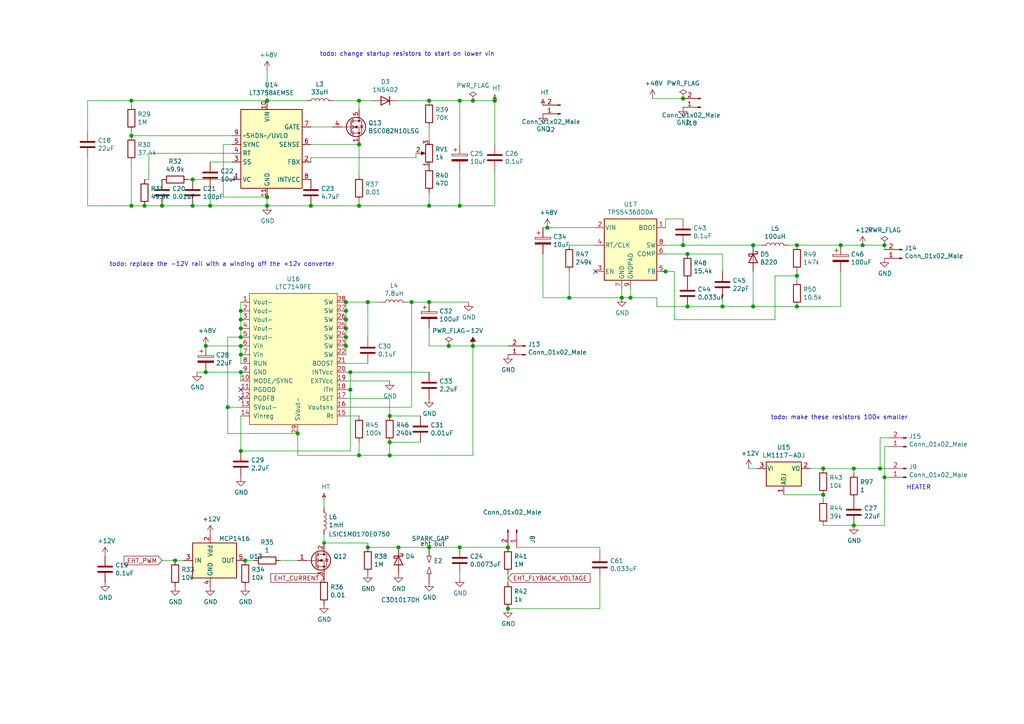
<source format=kicad_sch>
(kicad_sch (version 20211123) (generator eeschema)
  (paper "A4")
  (junction (at 137.16 100.33) (diameter 1.016))
  (junction (at 209.55 88.9) (diameter 1.016))
  (junction (at 113.03 132.08) (diameter 1.016))
  (junction (at 77.47 57.15) (diameter 1.016))
  (junction (at 113.03 120.65) (diameter 1.016))
  (junction (at 93.98 157.48))
  (junction (at 238.76 135.89) (diameter 1.016))
  (junction (at 124.46 59.69) (diameter 1.016))
  (junction (at 231.14 88.9) (diameter 1.016))
  (junction (at 100.33 97.79) (diameter 1.016))
  (junction (at 124.46 158.75) (diameter 1.016))
  (junction (at 90.17 59.69) (diameter 1.016))
  (junction (at 255.27 135.89) (diameter 1.016))
  (junction (at 147.32 158.75) (diameter 1.016))
  (junction (at 218.44 71.12) (diameter 1.016))
  (junction (at 60.96 59.69) (diameter 1.016))
  (junction (at 198.12 71.12) (diameter 1.016))
  (junction (at 199.39 73.66) (diameter 1.016))
  (junction (at 115.57 158.75) (diameter 1.016))
  (junction (at 106.68 158.75) (diameter 1.016))
  (junction (at 238.76 143.51) (diameter 1.016))
  (junction (at 69.85 102.87) (diameter 1.016))
  (junction (at 247.65 152.4) (diameter 1.016))
  (junction (at 256.54 71.12) (diameter 1.016))
  (junction (at 38.1 39.37) (diameter 1.016))
  (junction (at 104.14 29.21) (diameter 1.016))
  (junction (at 113.03 128.27) (diameter 1.016))
  (junction (at 59.69 100.33) (diameter 1.016))
  (junction (at 77.47 59.69) (diameter 1.016))
  (junction (at 38.1 29.21) (diameter 1.016))
  (junction (at 198.12 28.575) (diameter 1.016))
  (junction (at 231.14 80.01) (diameter 1.016))
  (junction (at 218.44 88.9) (diameter 1.016))
  (junction (at 119.38 87.63) (diameter 1.016))
  (junction (at 124.46 29.21) (diameter 1.016))
  (junction (at 71.12 162.56) (diameter 1.016))
  (junction (at 69.85 100.33) (diameter 1.016))
  (junction (at 101.6 107.95) (diameter 1.016))
  (junction (at 124.46 87.63) (diameter 1.016))
  (junction (at 46.99 59.69) (diameter 1.016))
  (junction (at 55.88 52.07) (diameter 1.016))
  (junction (at 38.1 59.69) (diameter 1.016))
  (junction (at 104.14 59.69) (diameter 1.016))
  (junction (at 231.14 71.12) (diameter 1.016))
  (junction (at 69.85 95.25) (diameter 1.016))
  (junction (at 69.85 97.79) (diameter 1.016))
  (junction (at 69.85 130.81) (diameter 1.016))
  (junction (at 69.85 92.71) (diameter 1.016))
  (junction (at 130.175 100.33) (diameter 1.016))
  (junction (at 106.68 87.63) (diameter 1.016))
  (junction (at 182.88 86.36) (diameter 1.016))
  (junction (at 243.84 71.12) (diameter 1.016))
  (junction (at 133.35 29.21) (diameter 1.016))
  (junction (at 100.33 92.71) (diameter 1.016))
  (junction (at 55.88 59.69) (diameter 1.016))
  (junction (at 86.36 125.73) (diameter 1.016))
  (junction (at 100.33 90.17) (diameter 1.016))
  (junction (at 133.35 59.69) (diameter 1.016))
  (junction (at 100.33 87.63) (diameter 1.016))
  (junction (at 59.69 107.95) (diameter 1.016))
  (junction (at 133.35 158.75) (diameter 1.016))
  (junction (at 101.6 113.03) (diameter 1.016))
  (junction (at 137.16 29.21) (diameter 1.016))
  (junction (at 193.04 78.74) (diameter 1.016))
  (junction (at 143.51 29.21) (diameter 1.016))
  (junction (at 104.14 41.91) (diameter 1.016))
  (junction (at 100.33 95.25) (diameter 1.016))
  (junction (at 50.8 162.56) (diameter 1.016))
  (junction (at 256.54 138.43) (diameter 1.016))
  (junction (at 69.85 107.95) (diameter 1.016))
  (junction (at 165.1 86.36) (diameter 1.016))
  (junction (at 180.34 86.36) (diameter 1.016))
  (junction (at 77.47 29.21) (diameter 1.016))
  (junction (at 247.65 135.89) (diameter 1.016))
  (junction (at 158.75 66.04) (diameter 1.016))
  (junction (at 147.32 176.53) (diameter 1.016))
  (junction (at 199.39 88.9) (diameter 1.016))
  (junction (at 104.14 132.08) (diameter 1.016))
  (junction (at 69.85 90.17) (diameter 1.016))
  (junction (at 250.19 71.12) (diameter 1.016))
  (junction (at 66.04 118.11) (diameter 1.016))
  (junction (at 41.91 59.69) (diameter 1.016))
  (junction (at 100.33 100.33) (diameter 1.016))
  (no_connect (at 69.85 113.03))
  (no_connect (at 172.72 78.74))
  (no_connect (at 69.85 115.57))
  (wire (pts (xy 69.85 87.63) (xy 69.85 90.17)))
  (wire (pts (xy 120.65 45.72) (xy 120.65 44.45)))
  (wire (pts (xy 66.04 118.11) (xy 69.85 118.11)))
  (wire (pts (xy 124.46 158.75) (xy 133.35 158.75)))
  (wire (pts (xy 256.54 129.54) (xy 257.81 129.54)))
  (wire (pts (xy 217.17 135.89) (xy 219.71 135.89)))
  (wire (pts (xy 50.8 162.56) (xy 53.34 162.56)))
  (wire (pts (xy 133.35 167.64) (xy 133.35 166.37)))
  (wire (pts (xy 193.04 63.5) (xy 198.12 63.5)))
  (wire (pts (xy 193.04 73.66) (xy 199.39 73.66)))
  (wire (pts (xy 41.91 59.69) (xy 38.1 59.69)))
  (wire (pts (xy 67.31 44.45) (xy 43.18 44.45)))
  (wire (pts (xy 238.76 143.51) (xy 227.33 143.51)))
  (wire (pts (xy 93.98 157.48) (xy 106.68 157.48)))
  (wire (pts (xy 71.12 162.56) (xy 73.66 162.56)))
  (wire (pts (xy 86.36 132.08) (xy 104.14 132.08)))
  (wire (pts (xy 218.44 88.9) (xy 231.14 88.9)))
  (wire (pts (xy 60.96 54.61) (xy 60.96 59.69)))
  (wire (pts (xy 173.99 167.64) (xy 173.99 176.53)))
  (wire (pts (xy 69.85 100.33) (xy 59.69 100.33)))
  (wire (pts (xy 218.44 88.9) (xy 209.55 88.9)))
  (wire (pts (xy 69.85 107.95) (xy 59.69 107.95)))
  (wire (pts (xy 119.38 118.11) (xy 119.38 87.63)))
  (wire (pts (xy 143.51 29.21) (xy 137.16 29.21)))
  (wire (pts (xy 191.77 78.74) (xy 193.04 78.74)))
  (wire (pts (xy 133.35 49.53) (xy 133.35 59.69)))
  (wire (pts (xy 124.46 29.21) (xy 133.35 29.21)))
  (wire (pts (xy 25.4 45.72) (xy 25.4 59.69)))
  (wire (pts (xy 180.34 86.36) (xy 182.88 86.36)))
  (wire (pts (xy 157.48 86.36) (xy 165.1 86.36)))
  (wire (pts (xy 231.14 80.01) (xy 231.14 81.28)))
  (wire (pts (xy 173.99 176.53) (xy 147.32 176.53)))
  (wire (pts (xy 257.81 127) (xy 255.27 127)))
  (wire (pts (xy 106.68 157.48) (xy 106.68 158.75)))
  (wire (pts (xy 231.14 71.12) (xy 228.6 71.12)))
  (wire (pts (xy 100.33 115.57) (xy 113.03 115.57)))
  (wire (pts (xy 143.51 49.53) (xy 143.51 59.69)))
  (wire (pts (xy 69.85 110.49) (xy 69.85 107.95)))
  (wire (pts (xy 115.57 29.21) (xy 124.46 29.21)))
  (wire (pts (xy 113.03 128.27) (xy 121.92 128.27)))
  (wire (pts (xy 38.1 30.48) (xy 38.1 29.21)))
  (wire (pts (xy 69.85 97.79) (xy 66.04 97.79)))
  (wire (pts (xy 255.27 127) (xy 255.27 135.89)))
  (wire (pts (xy 90.17 45.72) (xy 90.17 46.99)))
  (wire (pts (xy 113.03 115.57) (xy 113.03 120.65)))
  (wire (pts (xy 64.77 57.15) (xy 77.47 57.15)))
  (wire (pts (xy 101.6 130.81) (xy 101.6 113.03)))
  (wire (pts (xy 90.17 36.83) (xy 96.52 36.83)))
  (wire (pts (xy 69.85 130.81) (xy 101.6 130.81)))
  (wire (pts (xy 124.46 59.69) (xy 104.14 59.69)))
  (wire (pts (xy 189.23 28.575) (xy 198.12 28.575)))
  (wire (pts (xy 137.16 100.33) (xy 147.32 100.33)))
  (wire (pts (xy 193.04 66.04) (xy 193.04 63.5)))
  (wire (pts (xy 250.19 71.12) (xy 256.54 71.12)))
  (wire (pts (xy 77.47 59.69) (xy 90.17 59.69)))
  (wire (pts (xy 124.46 55.88) (xy 124.46 59.69)))
  (wire (pts (xy 147.32 166.37) (xy 147.32 168.91)))
  (wire (pts (xy 199.39 73.66) (xy 209.55 73.66)))
  (wire (pts (xy 106.68 97.79) (xy 106.68 87.63)))
  (wire (pts (xy 195.58 78.74) (xy 195.58 92.71)))
  (wire (pts (xy 69.85 102.87) (xy 69.85 100.33)))
  (wire (pts (xy 182.88 86.36) (xy 190.5 86.36)))
  (wire (pts (xy 193.04 78.74) (xy 195.58 78.74)))
  (wire (pts (xy 100.33 113.03) (xy 101.6 113.03)))
  (wire (pts (xy 124.46 87.63) (xy 135.89 87.63)))
  (wire (pts (xy 137.16 100.33) (xy 130.175 100.33)))
  (wire (pts (xy 100.33 97.79) (xy 100.33 95.25)))
  (wire (pts (xy 66.04 97.79) (xy 66.04 118.11)))
  (wire (pts (xy 93.98 144.78) (xy 93.98 147.32)))
  (wire (pts (xy 119.38 87.63) (xy 124.46 87.63)))
  (wire (pts (xy 60.96 46.99) (xy 67.31 46.99)))
  (wire (pts (xy 46.99 162.56) (xy 50.8 162.56)))
  (wire (pts (xy 209.55 86.36) (xy 209.55 88.9)))
  (wire (pts (xy 231.14 71.12) (xy 243.84 71.12)))
  (wire (pts (xy 59.69 107.95) (xy 57.15 107.95)))
  (wire (pts (xy 255.27 135.89) (xy 257.81 135.89)))
  (wire (pts (xy 86.36 125.73) (xy 86.36 132.08)))
  (wire (pts (xy 69.85 95.25) (xy 69.85 92.71)))
  (wire (pts (xy 256.54 138.43) (xy 256.54 129.54)))
  (wire (pts (xy 165.1 78.74) (xy 165.1 86.36)))
  (wire (pts (xy 66.04 125.73) (xy 66.04 118.11)))
  (wire (pts (xy 247.65 152.4) (xy 238.76 152.4)))
  (wire (pts (xy 86.36 125.73) (xy 66.04 125.73)))
  (wire (pts (xy 173.99 158.75) (xy 173.99 160.02)))
  (wire (pts (xy 118.11 87.63) (xy 119.38 87.63)))
  (wire (pts (xy 100.33 87.63) (xy 100.33 90.17)))
  (wire (pts (xy 180.34 83.82) (xy 180.34 86.36)))
  (wire (pts (xy 143.51 41.91) (xy 143.51 29.21)))
  (wire (pts (xy 96.52 29.21) (xy 104.14 29.21)))
  (wire (pts (xy 38.1 38.1) (xy 38.1 39.37)))
  (wire (pts (xy 101.6 107.95) (xy 124.46 107.95)))
  (wire (pts (xy 100.33 95.25) (xy 100.33 92.71)))
  (wire (pts (xy 106.68 158.75) (xy 115.57 158.75)))
  (wire (pts (xy 25.4 59.69) (xy 38.1 59.69)))
  (wire (pts (xy 100.33 107.95) (xy 101.6 107.95)))
  (wire (pts (xy 243.84 71.12) (xy 250.19 71.12)))
  (wire (pts (xy 256.54 152.4) (xy 247.65 152.4)))
  (wire (pts (xy 100.33 105.41) (xy 106.68 105.41)))
  (wire (pts (xy 190.5 86.36) (xy 190.5 88.9)))
  (wire (pts (xy 104.14 41.91) (xy 104.14 50.8)))
  (wire (pts (xy 149.86 158.75) (xy 173.99 158.75)))
  (wire (pts (xy 104.14 128.27) (xy 104.14 132.08)))
  (wire (pts (xy 143.51 59.69) (xy 133.35 59.69)))
  (wire (pts (xy 38.1 59.69) (xy 38.1 46.99)))
  (wire (pts (xy 77.47 57.15) (xy 77.47 59.69)))
  (wire (pts (xy 77.47 29.21) (xy 88.9 29.21)))
  (wire (pts (xy 198.12 71.12) (xy 193.04 71.12)))
  (wire (pts (xy 69.85 105.41) (xy 69.85 102.87)))
  (wire (pts (xy 165.1 86.36) (xy 180.34 86.36)))
  (wire (pts (xy 104.14 29.21) (xy 104.14 31.75)))
  (wire (pts (xy 218.44 78.74) (xy 218.44 88.9)))
  (wire (pts (xy 243.84 88.9) (xy 243.84 78.74)))
  (wire (pts (xy 100.33 100.33) (xy 100.33 97.79)))
  (wire (pts (xy 104.14 41.91) (xy 90.17 41.91)))
  (wire (pts (xy 218.44 71.12) (xy 220.98 71.12)))
  (wire (pts (xy 209.55 73.66) (xy 209.55 78.74)))
  (wire (pts (xy 130.175 100.33) (xy 124.46 100.33)))
  (wire (pts (xy 133.35 59.69) (xy 124.46 59.69)))
  (wire (pts (xy 120.65 45.72) (xy 90.17 45.72)))
  (wire (pts (xy 234.95 135.89) (xy 238.76 135.89)))
  (wire (pts (xy 69.85 90.17) (xy 69.85 92.71)))
  (wire (pts (xy 165.1 71.12) (xy 172.72 71.12)))
  (wire (pts (xy 124.46 40.64) (xy 124.46 36.83)))
  (wire (pts (xy 133.35 41.91) (xy 133.35 29.21)))
  (wire (pts (xy 77.47 20.32) (xy 77.47 29.21)))
  (wire (pts (xy 100.33 110.49) (xy 113.03 110.49)))
  (wire (pts (xy 46.99 59.69) (xy 55.88 59.69)))
  (wire (pts (xy 100.33 120.65) (xy 104.14 120.65)))
  (wire (pts (xy 69.85 97.79) (xy 69.85 95.25)))
  (wire (pts (xy 100.33 102.87) (xy 100.33 100.33)))
  (wire (pts (xy 104.14 132.08) (xy 113.03 132.08)))
  (wire (pts (xy 38.1 29.21) (xy 77.47 29.21)))
  (wire (pts (xy 238.76 135.89) (xy 247.65 135.89)))
  (wire (pts (xy 137.16 29.21) (xy 133.35 29.21)))
  (wire (pts (xy 67.31 39.37) (xy 38.1 39.37)))
  (wire (pts (xy 113.03 132.08) (xy 137.16 132.08)))
  (wire (pts (xy 25.4 29.21) (xy 38.1 29.21)))
  (wire (pts (xy 54.61 52.07) (xy 55.88 52.07)))
  (wire (pts (xy 93.98 154.94) (xy 93.98 157.48)))
  (wire (pts (xy 55.88 52.07) (xy 67.31 52.07)))
  (wire (pts (xy 60.96 59.69) (xy 77.47 59.69)))
  (wire (pts (xy 133.35 158.75) (xy 147.32 158.75)))
  (wire (pts (xy 231.14 78.74) (xy 231.14 80.01)))
  (wire (pts (xy 43.18 44.45) (xy 43.18 52.07)))
  (wire (pts (xy 100.33 92.71) (xy 100.33 90.17)))
  (wire (pts (xy 247.65 135.89) (xy 255.27 135.89)))
  (wire (pts (xy 43.18 52.07) (xy 41.91 52.07)))
  (wire (pts (xy 55.88 59.69) (xy 60.96 59.69)))
  (wire (pts (xy 100.33 87.63) (xy 106.68 87.63)))
  (wire (pts (xy 107.95 29.21) (xy 104.14 29.21)))
  (wire (pts (xy 158.75 66.04) (xy 172.72 66.04)))
  (wire (pts (xy 209.55 88.9) (xy 199.39 88.9)))
  (wire (pts (xy 198.12 71.12) (xy 218.44 71.12)))
  (wire (pts (xy 67.31 41.91) (xy 64.77 41.91)))
  (wire (pts (xy 25.4 38.1) (xy 25.4 29.21)))
  (wire (pts (xy 104.14 59.69) (xy 104.14 58.42)))
  (wire (pts (xy 86.36 162.56) (xy 81.28 162.56)))
  (wire (pts (xy 256.54 138.43) (xy 257.81 138.43)))
  (wire (pts (xy 137.16 132.08) (xy 137.16 100.33)))
  (wire (pts (xy 113.03 128.27) (xy 113.03 132.08)))
  (wire (pts (xy 157.48 66.04) (xy 158.75 66.04)))
  (wire (pts (xy 124.46 100.33) (xy 124.46 95.25)))
  (wire (pts (xy 69.85 120.65) (xy 69.85 130.81)))
  (wire (pts (xy 64.77 41.91) (xy 64.77 57.15)))
  (wire (pts (xy 231.14 88.9) (xy 243.84 88.9)))
  (wire (pts (xy 90.17 59.69) (xy 104.14 59.69)))
  (wire (pts (xy 100.33 118.11) (xy 119.38 118.11)))
  (wire (pts (xy 195.58 92.71) (xy 224.79 92.71)))
  (wire (pts (xy 106.68 87.63) (xy 110.49 87.63)))
  (wire (pts (xy 224.79 92.71) (xy 224.79 80.01)))
  (wire (pts (xy 46.99 59.69) (xy 41.91 59.69)))
  (wire (pts (xy 101.6 113.03) (xy 101.6 107.95)))
  (wire (pts (xy 157.48 73.66) (xy 157.48 86.36)))
  (wire (pts (xy 224.79 80.01) (xy 231.14 80.01)))
  (wire (pts (xy 115.57 158.75) (xy 124.46 158.75)))
  (wire (pts (xy 190.5 88.9) (xy 199.39 88.9)))
  (wire (pts (xy 256.54 71.12) (xy 256.54 72.39)))
  (wire (pts (xy 182.88 86.36) (xy 182.88 83.82)))
  (wire (pts (xy 256.54 138.43) (xy 256.54 152.4)))
  (wire (pts (xy 113.03 120.65) (xy 121.92 120.65)))
  (wire (pts (xy 247.65 135.89) (xy 247.65 137.16)))
  (wire (pts (xy 238.76 143.51) (xy 238.76 144.78)))
  (text "todo: replace the -12V rail with a winding off the +12v converter" (at 31.75 77.47 0) (effects (font (size 1.27 1.27)) (justify left bottom)))
  (text "HEATER" (at 262.89 142.24 0) (effects (font (size 1.27 1.27)) (justify left bottom)))
  (text "todo: make these resistors 100x smaller" (at 223.52 121.92 0) (effects (font (size 1.27 1.27)) (justify left bottom)))
  (text "todo: change startup resistors to start on lower vin" (at 92.71 16.51 0) (effects (font (size 1.27 1.27)) (justify left bottom)))
  (label "eht out" (at 121.92 158.75 0))
  (global_label "EHT_CURRENT" (shape input) (at 93.98 167.64 180) (property "Intersheet References" "${INTERSHEET_REFS}" (effects hide)))
  (global_label "EHT_PWM" (shape input) (at 46.99 162.56 180) (property "Intersheet References" "${INTERSHEET_REFS}" (effects hide)))
  (global_label "EHT_FLYBACK_VOLTAGE" (shape input) (at 147.32 167.64 0) (property "Intersheet References" "${INTERSHEET_REFS}" (effects hide)))
  (symbol (lib_id "Device:L") (at 93.98 151.13 0) (unit 1)
    (property "Reference" "L6" (at 95.3262 149.9616 0) (effects (justify left)))
    (property "Value" "1mH" (at 95.3262 152.273 0) (effects (justify left)))
    (property "Footprint" "Inductor_THT:L_Toroid_Vertical_L31.8mm_W15.9mm_P13.50mm_Bourns_5700" (effects hide))
    (property "Digikey" " M8895-ND " (effects hide))
  )
  (symbol (lib_id "Connector:Conn_01x02_Male") (at 162.56 33.02 180) (unit 1)
    (property "Reference" "J2" (at 159.8168 37.6174 0))
    (property "Value" "Conn_01x02_Male" (at 159.8168 35.306 0))
    (property "Footprint" "Connector_Phoenix_MSTB:PhoenixContact_MSTBVA_2,5_2-G_1x02_P5.00mm_Vertical" (effects hide))
    (property "Datasheet" "277-1150-ND " (effects hide))
    (property "Digikey" "277-1150-ND " (effects hide))
  )
  (symbol (lib_id "power:HT") (at 157.48 30.48 0) (unit 1)
    (property "Reference" "#PWR0101" (effects hide))
    (property "Value" "HT" (at 157.988 26.8478 0))
  )
  (symbol (lib_id "power:GND") (at 157.48 33.02 0) (unit 1)
    (property "Reference" "#PWR0102" (effects hide))
    (property "Value" "GND" (at 157.607 37.4142 0))
  )
  (symbol (lib_id "Regulator_Switching:LT3757AEMSE") (at 77.47 41.91 0) (unit 1)
    (property "Reference" "U14" (at 78.74 24.6126 0))
    (property "Value" "LT3758AEMSE" (at 78.74 26.924 0))
    (property "Footprint" "Package_SO:MSOP-10-1EP_3x3mm_P0.5mm_EP1.68x1.88mm" (effects hide))
    (property "Datasheet" "https://www.analog.com/media/en/technical-documentation/data-sheets/3757Afe.pdf" (effects hide))
    (property "Digikey" "LT3758AEMSE#TRPBFCT-ND" (effects hide))
  )
  (symbol (lib_id "power:+48V") (at 77.47 20.32 0) (unit 1)
    (property "Reference" "#PWR0170" (effects hide))
    (property "Value" "+48V" (at 77.851 15.9258 0))
  )
  (symbol (lib_id "Device:R") (at 38.1 43.18 0) (unit 1)
    (property "Reference" "R30" (at 39.878 42.0116 0) (effects (justify left)))
    (property "Value" "37.4k" (at 39.878 44.323 0) (effects (justify left)))
    (property "Footprint" "Resistor_SMD:R_0805_2012Metric_Pad1.15x1.40mm_HandSolder" (effects hide))
    (property "Digikey" " 	311-37.4KCRCT-ND " (effects hide))
  )
  (symbol (lib_id "power:GND") (at 77.47 59.69 0) (unit 1)
    (property "Reference" "#PWR0171" (effects hide))
    (property "Value" "GND" (at 77.597 64.0842 0))
  )
  (symbol (lib_id "Device:R") (at 50.8 52.07 270) (unit 1)
    (property "Reference" "R32" (at 50.8 46.8122 90))
    (property "Value" "49.9k" (at 50.8 49.1236 90))
    (property "Footprint" "Resistor_SMD:R_0805_2012Metric_Pad1.15x1.40mm_HandSolder" (effects hide))
    (property "Digikey" " 311-49.9KCRCT-ND" (effects hide))
  )
  (symbol (lib_id "Device:C") (at 55.88 55.88 0) (unit 1)
    (property "Reference" "C21" (at 58.801 54.7116 0) (effects (justify left)))
    (property "Value" "100pF" (at 58.801 57.023 0) (effects (justify left)))
    (property "Footprint" "Capacitor_SMD:C_0805_2012Metric_Pad1.15x1.40mm_HandSolder" (effects hide))
    (property "Voltage" "10V" (effects hide))
    (property "Digikey" " 1276-2569-1-ND" (effects hide))
  )
  (symbol (lib_id "Device:C") (at 46.99 55.88 0) (unit 1)
    (property "Reference" "C20" (at 49.911 54.7116 0) (effects (justify left)))
    (property "Value" "0.01uF" (at 49.911 57.023 0) (effects (justify left)))
    (property "Footprint" "Capacitor_SMD:C_0805_2012Metric_Pad1.15x1.40mm_HandSolder" (effects hide))
    (property "Voltage" "10V" (effects hide))
    (property "Digikey" "1276-2434-1-ND" (effects hide))
  )
  (symbol (lib_id "Device:C") (at 60.96 50.8 0) (unit 1)
    (property "Reference" "C22" (at 63.881 49.6316 0) (effects (justify left)))
    (property "Value" "10uF" (at 63.881 51.943 0) (effects (justify left)))
    (property "Footprint" "Capacitor_SMD:C_1206_3216Metric_Pad1.42x1.75mm_HandSolder" (effects hide))
    (property "Voltage" "10V" (effects hide))
    (property "Digikey" "1276-6641-1-ND " (effects hide))
  )
  (symbol (lib_id "Device:R") (at 41.91 55.88 0) (unit 1)
    (property "Reference" "R31" (at 43.688 54.7116 0) (effects (justify left)))
    (property "Value" "49.9k" (at 43.688 57.023 0) (effects (justify left)))
    (property "Footprint" "Resistor_SMD:R_0805_2012Metric_Pad1.15x1.40mm_HandSolder" (effects hide))
    (property "Digikey" " 311-49.9KCRCT-ND" (effects hide))
  )
  (symbol (lib_id "Device:C") (at 90.17 55.88 0) (unit 1)
    (property "Reference" "C23" (at 93.091 54.7116 0) (effects (justify left)))
    (property "Value" "4.7uF" (at 93.091 57.023 0) (effects (justify left)))
    (property "Footprint" "Capacitor_SMD:C_0805_2012Metric_Pad1.15x1.40mm_HandSolder" (effects hide))
    (property "Voltage" "10V" (effects hide))
    (property "Digikey" "1276-3177-1-ND" (effects hide))
  )
  (symbol (lib_id "Transistor_FET:BSC082N10LSG") (at 101.6 36.83 0) (unit 1)
    (property "Reference" "Q13" (at 106.7816 35.6616 0) (effects (justify left)))
    (property "Value" "BSC082N10LSG" (at 106.7816 37.973 0) (effects (justify left)))
    (property "Footprint" "Package_TO_SOT_SMD:TDSON-8-1" (effects hide))
    (property "Datasheet" "http://www.infineon.com/dgdl/Infineon-BSC082N10LS-DS-v01_07-en.pdf?fileId=db3a3043163797a6011647faad240719" (effects hide))
    (property "Digikey" "BSC082N10LSGATMA1CT-ND" (effects hide))
  )
  (symbol (lib_id "Device:R") (at 104.14 54.61 0) (unit 1)
    (property "Reference" "R37" (at 105.918 53.4416 0) (effects (justify left)))
    (property "Value" "0.01" (at 105.918 55.753 0) (effects (justify left)))
    (property "Footprint" "Resistor_SMD:R_0805_2012Metric_Pad1.15x1.40mm_HandSolder" (effects hide))
    (property "Digikey" "311-0.01NUCT-ND" (effects hide))
  )
  (symbol (lib_id "Device:L") (at 92.71 29.21 90) (unit 1)
    (property "Reference" "L3" (at 92.71 24.384 90))
    (property "Value" "33uH" (at 92.71 26.6954 90))
    (property "Footprint" "Inductor_SMD:L_Bourns_SRR1260" (effects hide))
    (property "Digikey" " SRR1260-330MCT-ND " (effects hide))
  )
  (symbol (lib_id "Device:R") (at 124.46 33.02 0) (unit 1)
    (property "Reference" "R39" (at 126.238 31.8516 0) (effects (justify left)))
    (property "Value" "70K" (at 126.238 34.163 0) (effects (justify left)))
    (property "Footprint" "Resistor_SMD:R_1206_3216Metric_Pad1.42x1.75mm_HandSolder" (effects hide))
    (property "Digikey" " 311-68.0KFRCT-ND" (effects hide))
  )
  (symbol (lib_id "Device:R") (at 124.46 52.07 0) (unit 1)
    (property "Reference" "R40" (at 126.238 50.9016 0) (effects (justify left)))
    (property "Value" "470" (at 126.238 53.213 0) (effects (justify left)))
    (property "Footprint" "Resistor_SMD:R_0805_2012Metric_Pad1.15x1.40mm_HandSolder" (effects hide))
    (property "Digikey" " 311-470CRCT-ND" (effects hide))
  )
  (symbol (lib_id "Device:CP") (at 133.35 45.72 0) (unit 1)
    (property "Reference" "C25" (at 136.271 44.5516 0) (effects (justify left)))
    (property "Value" "10uF" (at 136.271 46.863 0) (effects (justify left)))
    (property "Footprint" "Capacitor_THT:CP_Radial_D8.0mm_P3.50mm" (effects hide))
    (property "Voltage" "200V" (effects hide))
    (property "Digikey" " UVK2D100MPD-ND " (effects hide))
  )
  (symbol (lib_id "Device:C") (at 143.51 45.72 0) (unit 1)
    (property "Reference" "C26" (at 146.431 44.5516 0) (effects (justify left)))
    (property "Value" "0.1uF" (at 146.431 46.863 0) (effects (justify left)))
    (property "Footprint" "Capacitor_SMD:C_1206_3216Metric_Pad1.42x1.75mm_HandSolder" (effects hide))
    (property "Voltage" "200V" (effects hide))
    (property "Digikey" "1276-3084-1-ND " (effects hide))
  )
  (symbol (lib_id "Device:C") (at 25.4 41.91 0) (unit 1)
    (property "Reference" "C18" (at 28.321 40.7416 0) (effects (justify left)))
    (property "Value" "22uF" (at 28.321 43.053 0) (effects (justify left)))
    (property "Footprint" "Capacitor_THT:CP_Radial_D8.0mm_P3.50mm" (effects hide))
    (property "Voltage" "63V" (effects hide))
    (property "Digikey" "493-3872-1-ND " (effects hide))
  )
  (symbol (lib_id "Device:R_POT") (at 124.46 44.45 180) (unit 1)
    (property "Reference" "RV1" (at 126.238 43.2816 0) (effects (justify right)))
    (property "Value" "1k" (at 126.238 45.593 0) (effects (justify right)))
    (property "Footprint" "Potentiometer_THT:Potentiometer_Bourns_3386P_Vertical" (effects hide))
    (property "Digikey" "3386P-102LF-ND" (effects hide))
  )
  (symbol (lib_id "Diode:1N5402") (at 111.76 29.21 180) (unit 1)
    (property "Reference" "D3" (at 111.76 23.7236 0))
    (property "Value" "1N5402" (at 111.76 26.035 0))
    (property "Footprint" "Diode_THT:D_DO-201AD_P15.24mm_Horizontal" (effects hide))
    (property "Datasheet" "http://www.vishay.com/docs/88516/1n5400.pdf" (effects hide))
    (property "Digikey" "1N5402GOS-ND " (effects hide))
  )
  (symbol (lib_id "power:HT") (at 143.51 29.21 0) (unit 1)
    (property "Reference" "#PWR0172" (effects hide))
    (property "Value" "HT" (at 144.018 25.5778 0))
  )
  (symbol (lib_id "Device:R") (at 238.76 148.59 0) (unit 1)
    (property "Reference" "R44" (at 240.538 147.4216 0) (effects (justify left)))
    (property "Value" "39k" (at 240.538 149.733 0) (effects (justify left)))
    (property "Footprint" "Resistor_SMD:R_0805_2012Metric_Pad1.15x1.40mm_HandSolder" (effects hide))
    (property "Digikey" " 311-39.0KCRCT-ND" (effects hide))
  )
  (symbol (lib_id "Device:R") (at 238.76 139.7 0) (unit 1)
    (property "Reference" "R43" (at 240.538 138.5316 0) (effects (justify left)))
    (property "Value" "10k" (at 240.538 140.843 0) (effects (justify left)))
    (property "Footprint" "Resistor_SMD:R_0805_2012Metric_Pad1.15x1.40mm_HandSolder" (effects hide))
    (property "Digikey" "311-1.00CRCT-ND" (effects hide))
  )
  (symbol (lib_id "Device:C") (at 247.65 148.59 0) (unit 1)
    (property "Reference" "C27" (at 250.571 147.4216 0) (effects (justify left)))
    (property "Value" "22uF" (at 250.571 149.733 0) (effects (justify left)))
    (property "Footprint" "Capacitor_SMD:C_1206_3216Metric_Pad1.42x1.75mm_HandSolder" (effects hide))
    (property "Voltage" "10V" (effects hide))
    (property "Digikey" "1276-2769-1-ND " (effects hide))
  )
  (symbol (lib_id "power:+12V") (at 217.17 135.89 0) (unit 1)
    (property "Reference" "#PWR0174" (effects hide))
    (property "Value" "+12V" (at 217.551 131.4958 0))
  )
  (symbol (lib_id "power:GND") (at 247.65 152.4 0) (unit 1)
    (property "Reference" "#PWR0173" (effects hide))
    (property "Value" "GND" (at 247.777 156.7942 0))
  )
  (symbol (lib_id "Connector:Conn_01x02_Male") (at 262.89 138.43 180) (unit 1)
    (property "Reference" "J9" (at 263.6012 135.4328 0) (effects (justify right)))
    (property "Value" "Conn_01x02_Male" (at 263.6012 137.7442 0) (effects (justify right)))
    (property "Footprint" "Connector_Phoenix_MSTB:PhoenixContact_MSTBVA_2,5_2-G_1x02_P5.00mm_Vertical" (effects hide))
    (property "Datasheet" "277-1150-ND " (effects hide))
    (property "Digikey" "277-1150-ND " (effects hide))
  )
  (symbol (lib_id "Regulator_Linear:LM1117-ADJ") (at 227.33 135.89 0) (unit 1)
    (property "Reference" "U15" (at 227.33 129.7432 0))
    (property "Value" "LM1117-ADJ" (at 227.33 132.0546 0))
    (property "Footprint" "Package_TO_SOT_SMD:TO-252-2" (effects hide))
    (property "Datasheet" "http://www.ti.com/lit/ds/symlink/lm1117.pdf" (effects hide))
    (property "Digikey" "LM1117IDTX-ADJ/NOPBCT-ND " (effects hide))
  )
  (symbol (lib_id "Driver_FET:MCP1416") (at 60.96 162.56 0) (unit 1)
    (property "Reference" "U13" (at 72.2376 161.3916 0) (effects (justify left)))
    (property "Value" "MCP1416" (at 63.5 156.21 0) (effects (justify left)))
    (property "Footprint" "Package_TO_SOT_SMD:SOT-23-5" (effects hide))
    (property "Datasheet" "http://ww1.microchip.com/downloads/en/DeviceDoc/20002092F.pdf" (effects hide))
    (property "Digikey" "MCP1416T-E/OTCT-ND" (effects hide))
  )
  (symbol (lib_id "power:GND") (at 60.96 170.18 0) (unit 1)
    (property "Reference" "#PWR07" (effects hide))
    (property "Value" "GND" (at 61.087 174.5742 0))
  )
  (symbol (lib_id "Device:C") (at 133.35 162.56 0) (unit 1)
    (property "Reference" "C24" (at 136.271 161.3916 0) (effects (justify left)))
    (property "Value" "0.0073uF" (at 136.271 163.703 0) (effects (justify left)))
    (property "Footprint" "Capacitor_THT:C_Rect_L18.0mm_W6.0mm_P15.00mm_FKS3_FKP3" (effects hide))
    (property "Digikey" "495-3231-ND " (effects hide))
    (property "Voltage" "2000V" (effects hide))
  )
  (symbol (lib_id "power:GND") (at 133.35 167.64 0) (unit 1)
    (property "Reference" "#PWR016" (effects hide))
    (property "Value" "GND" (at 133.477 172.0342 0))
  )
  (symbol (lib_id "power:+12V") (at 60.96 154.94 0) (unit 1)
    (property "Reference" "#PWR06" (effects hide))
    (property "Value" "+12V" (at 61.341 150.5458 0))
  )
  (symbol (lib_id "Device:R") (at 77.47 162.56 270) (unit 1)
    (property "Reference" "R35" (at 77.47 157.3022 90))
    (property "Value" "1" (at 77.47 159.6136 90))
    (property "Footprint" "Resistor_SMD:R_0805_2012Metric_Pad1.15x1.40mm_HandSolder" (effects hide))
    (property "Digikey" " 311-1.00CRCT-ND" (effects hide))
  )
  (symbol (lib_id "Device:SPARK_GAP") (at 124.46 163.83 270) (unit 1)
    (property "Reference" "E2" (at 125.8062 162.6616 90) (effects (justify left)))
    (property "Value" "SPARK_GAP" (at 119.38 156.21 90) (effects (justify left)))
    (property "Footprint" "Resistor_THT:R_Axial_DIN0309_L9.0mm_D3.2mm_P12.70mm_Horizontal" (effects hide))
    (property "Digikey" "F3681-ND" (effects hide))
    (property "Voltage" "1800V" (effects hide))
  )
  (symbol (lib_id "power:GND") (at 124.46 168.91 0) (unit 1)
    (property "Reference" "#PWR014" (effects hide))
    (property "Value" "GND" (at 124.587 173.3042 0))
  )
  (symbol (lib_id "Device:R") (at 93.98 171.45 0) (unit 1)
    (property "Reference" "R36" (at 95.758 170.2816 0) (effects (justify left)))
    (property "Value" "0.01" (at 95.758 172.593 0) (effects (justify left)))
    (property "Footprint" "Resistor_SMD:R_0805_2012Metric_Pad1.15x1.40mm_HandSolder" (effects hide))
    (property "Digikey" "311-0.01NUCT-ND" (effects hide))
  )
  (symbol (lib_id "Device:R") (at 106.68 162.56 0) (unit 1)
    (property "Reference" "R38" (at 108.458 161.3916 0) (effects (justify left)))
    (property "Value" "1M" (at 108.458 163.703 0) (effects (justify left)))
    (property "Footprint" "Resistor_THT:R_Axial_DIN0309_L9.0mm_D3.2mm_P15.24mm_Horizontal" (effects hide))
    (property "Digikey" "BC4422CT-ND" (effects hide))
  )
  (symbol (lib_id "power:GND") (at 106.68 166.37 0) (unit 1)
    (property "Reference" "#PWR011" (effects hide))
    (property "Value" "GND" (at 106.807 170.7642 0))
  )
  (symbol (lib_id "Device:R") (at 71.12 166.37 0) (unit 1)
    (property "Reference" "R34" (at 72.898 165.2016 0) (effects (justify left)))
    (property "Value" "10k" (at 72.898 167.513 0) (effects (justify left)))
    (property "Footprint" "Resistor_SMD:R_0805_2012Metric_Pad1.15x1.40mm_HandSolder" (effects hide))
    (property "Digikey" "311-1.00CRCT-ND" (effects hide))
  )
  (symbol (lib_id "power:GND") (at 71.12 170.18 0) (unit 1)
    (property "Reference" "#PWR08" (effects hide))
    (property "Value" "GND" (at 71.247 174.5742 0))
  )
  (symbol (lib_id "Device:R") (at 50.8 166.37 0) (unit 1)
    (property "Reference" "R33" (at 52.578 165.2016 0) (effects (justify left)))
    (property "Value" "10k" (at 52.578 167.513 0) (effects (justify left)))
    (property "Footprint" "Resistor_SMD:R_0805_2012Metric_Pad1.15x1.40mm_HandSolder" (effects hide))
    (property "Digikey" "311-1.00CRCT-ND" (effects hide))
  )
  (symbol (lib_id "power:GND") (at 50.8 170.18 0) (unit 1)
    (property "Reference" "#PWR05" (effects hide))
    (property "Value" "GND" (at 50.927 174.5742 0))
  )
  (symbol (lib_id "power:+12V") (at 30.48 161.29 0) (unit 1)
    (property "Reference" "#PWR01" (effects hide))
    (property "Value" "+12V" (at 30.861 156.8958 0))
  )
  (symbol (lib_id "Device:C") (at 30.48 165.1 0) (unit 1)
    (property "Reference" "C19" (at 33.401 163.9316 0) (effects (justify left)))
    (property "Value" "0.1uF" (at 33.401 166.243 0) (effects (justify left)))
    (property "Footprint" "Capacitor_SMD:C_0805_2012Metric_Pad1.15x1.40mm_HandSolder" (effects hide))
    (property "Digikey" "1276-1099-1-ND" (effects hide))
  )
  (symbol (lib_id "power:GND") (at 30.48 168.91 0) (unit 1)
    (property "Reference" "#PWR02" (effects hide))
    (property "Value" "GND" (at 30.607 173.3042 0))
  )
  (symbol (lib_id "Diode:C3D10170H") (at 115.57 162.56 270) (unit 1)
    (property "Reference" "D4" (at 117.5766 161.3916 90) (effects (justify left)))
    (property "Value" "C3D10170H" (at 110.49 173.99 90) (effects (justify left)))
    (property "Footprint" "Package_TO_SOT_THT:TO-247-2_Vertical" (effects hide))
    (property "Datasheet" "https://www.wolfspeed.com/media/downloads/96/C3D10170H.pdf" (effects hide))
    (property "Digikey" "C3D10170H-ND " (effects hide))
  )
  (symbol (lib_id "power:GND") (at 115.57 166.37 0) (unit 1)
    (property "Reference" "#PWR013" (effects hide))
    (property "Value" "GND" (at 115.697 170.7642 0))
  )
  (symbol (lib_id "power:GND") (at 93.98 175.26 0) (unit 1)
    (property "Reference" "#PWR09" (effects hide))
    (property "Value" "GND" (at 94.107 179.6542 0))
  )
  (symbol (lib_id "Device:R") (at 147.32 172.72 0) (unit 1)
    (property "Reference" "R42" (at 149.098 171.5516 0) (effects (justify left)))
    (property "Value" "1k" (at 149.098 173.863 0) (effects (justify left)))
    (property "Footprint" "Resistor_SMD:R_0805_2012Metric_Pad1.15x1.40mm_HandSolder" (effects hide))
    (property "Digikey" " 311-1.00KCRCT-ND" (effects hide))
  )
  (symbol (lib_id "Device:R") (at 147.32 162.56 0) (unit 1)
    (property "Reference" "R41" (at 149.098 161.3916 0) (effects (justify left)))
    (property "Value" "1M" (at 149.098 163.703 0) (effects (justify left)))
    (property "Footprint" "Resistor_THT:R_Axial_DIN0309_L9.0mm_D3.2mm_P15.24mm_Horizontal" (effects hide))
    (property "Digikey" "BC4422CT-ND" (effects hide))
  )
  (symbol (lib_id "power:GND") (at 147.32 176.53 0) (unit 1)
    (property "Reference" "#PWR017" (effects hide))
    (property "Value" "GND" (at 147.447 180.9242 0))
  )
  (symbol (lib_id "Connector:Conn_01x02_Male") (at 149.86 153.67 270) (unit 1)
    (property "Reference" "J8" (at 154.4574 156.4132 0))
    (property "Value" "Conn_01x02_Male" (at 148.59 148.59 90))
    (property "Footprint" "Connector_Phoenix_MSTB:PhoenixContact_MSTBVA_2,5_2-G_1x02_P5.00mm_Vertical" (effects hide))
    (property "Datasheet" "277-1150-ND " (effects hide))
    (property "Digikey" "277-1150-ND " (effects hide))
  )
  (symbol (lib_id "power:HT") (at 93.98 144.78 0) (unit 1)
    (property "Reference" "#PWR010" (effects hide))
    (property "Value" "HT" (at 94.488 141.1478 0))
  )
  (symbol (lib_id "Device:R") (at 38.1 34.29 0) (unit 1)
    (property "Reference" "R29" (at 39.878 33.1216 0) (effects (justify left)))
    (property "Value" "1M" (at 39.878 35.433 0) (effects (justify left)))
    (property "Footprint" "Resistor_SMD:R_0805_2012Metric_Pad1.15x1.40mm_HandSolder" (effects hide))
    (property "Digikey" " 311-1.00MCRCT-ND" (effects hide))
  )
  (symbol (lib_id "td-deflect:LTC7149FE") (at 85.09 104.14 0) (unit 1)
    (property "Reference" "U16" (at 85.09 80.899 0))
    (property "Value" "LTC7149FE" (at 85.09 83.2104 0))
    (property "Footprint" "Package_SO:HTSSOP-28-1EP_4.4x9.7mm_P0.65mm_EP2.85x5.4mm" (effects hide))
    (property "Digikey" "LTC7149IFE#PBF-ND" (effects hide))
  )
  (symbol (lib_id "Device:L") (at 114.3 87.63 90) (unit 1)
    (property "Reference" "L4" (at 114.3 82.804 90))
    (property "Value" "7.8uH" (at 114.3 85.1154 90))
    (property "Footprint" "Inductor_SMD:L_Bourns_SRR1260" (effects hide))
    (property "Digikey" " SRR1260-7R6YCT-ND " (effects hide))
  )
  (symbol (lib_id "Device:C") (at 106.68 101.6 0) (unit 1)
    (property "Reference" "C30" (at 109.601 100.4316 0) (effects (justify left)))
    (property "Value" "0.1uF" (at 109.601 102.743 0) (effects (justify left)))
    (property "Footprint" "Capacitor_SMD:C_0805_2012Metric_Pad1.15x1.40mm_HandSolder" (effects hide))
    (property "Voltage" "25V" (effects hide))
    (property "Digikey" "1276-1099-1-ND" (effects hide))
  )
  (symbol (lib_id "Device:CP") (at 124.46 91.44 0) (unit 1)
    (property "Reference" "C32" (at 127.381 90.2716 0) (effects (justify left)))
    (property "Value" "100uF" (at 127.381 92.583 0) (effects (justify left)))
    (property "Footprint" "Capacitor_THT:CP_Radial_D8.0mm_P3.50mm" (effects hide))
    (property "Digikey" "493-3716-ND " (effects hide))
    (property "Voltage" "16V" (effects hide))
  )
  (symbol (lib_id "power:GND") (at 135.89 87.63 0) (unit 1)
    (property "Reference" "#PWR023" (effects hide))
    (property "Value" "GND" (at 136.017 92.0242 0))
  )
  (symbol (lib_id "power:GND") (at 113.03 110.49 0) (unit 1)
    (property "Reference" "#PWR021" (effects hide))
    (property "Value" "GND" (at 113.157 114.8842 0))
  )
  (symbol (lib_id "Device:C") (at 124.46 111.76 0) (unit 1)
    (property "Reference" "C33" (at 127.381 110.5916 0) (effects (justify left)))
    (property "Value" "2.2uF" (at 127.381 112.903 0) (effects (justify left)))
    (property "Footprint" "Capacitor_SMD:C_0805_2012Metric_Pad1.15x1.40mm_HandSolder" (effects hide))
    (property "Voltage" "25V" (effects hide))
    (property "Digikey" "1276-2953-1-ND" (effects hide))
  )
  (symbol (lib_id "power:GND") (at 124.46 115.57 0) (unit 1)
    (property "Reference" "#PWR022" (effects hide))
    (property "Value" "GND" (at 124.587 119.9642 0))
  )
  (symbol (lib_id "Device:R") (at 104.14 124.46 0) (unit 1)
    (property "Reference" "R45" (at 105.918 123.2916 0) (effects (justify left)))
    (property "Value" "100k" (at 105.918 125.603 0) (effects (justify left)))
    (property "Footprint" "Resistor_SMD:R_0805_2012Metric_Pad1.15x1.40mm_HandSolder" (effects hide))
    (property "Digikey" " 311-100KCRCT-ND" (effects hide))
  )
  (symbol (lib_id "power:GND") (at 57.15 107.95 0) (unit 1)
    (property "Reference" "#PWR018" (effects hide))
    (property "Value" "GND" (at 57.277 112.3442 0))
  )
  (symbol (lib_id "Device:CP") (at 59.69 104.14 0) (unit 1)
    (property "Reference" "C28" (at 62.611 102.9716 0) (effects (justify left)))
    (property "Value" "22uF" (at 62.611 105.283 0) (effects (justify left)))
    (property "Footprint" "Capacitor_THT:CP_Radial_D8.0mm_P3.50mm" (effects hide))
    (property "Voltage" "100V" (effects hide))
    (property "Digikey" "493-3872-1-ND " (effects hide))
  )
  (symbol (lib_id "Device:C") (at 69.85 134.62 0) (unit 1)
    (property "Reference" "C29" (at 72.771 133.4516 0) (effects (justify left)))
    (property "Value" "2.2uF" (at 72.771 135.763 0) (effects (justify left)))
    (property "Footprint" "Capacitor_SMD:C_0805_2012Metric_Pad1.15x1.40mm_HandSolder" (effects hide))
    (property "Voltage" "25V" (effects hide))
    (property "Digikey" "1276-2953-1-ND" (effects hide))
  )
  (symbol (lib_id "power:GND") (at 69.85 138.43 0) (unit 1)
    (property "Reference" "#PWR020" (effects hide))
    (property "Value" "GND" (at 69.977 142.8242 0))
  )
  (symbol (lib_id "Device:R") (at 113.03 124.46 0) (unit 1)
    (property "Reference" "R46" (at 114.808 123.2916 0) (effects (justify left)))
    (property "Value" "240k" (at 114.808 125.603 0) (effects (justify left)))
    (property "Footprint" "Resistor_SMD:R_0805_2012Metric_Pad1.15x1.40mm_HandSolder" (effects hide))
    (property "Digikey" "311-240KCRCT-ND " (effects hide))
  )
  (symbol (lib_id "Device:C") (at 121.92 124.46 0) (unit 1)
    (property "Reference" "C31" (at 124.841 123.2916 0) (effects (justify left)))
    (property "Value" "0.01uF" (at 124.841 125.603 0) (effects (justify left)))
    (property "Footprint" "Capacitor_SMD:C_0805_2012Metric_Pad1.15x1.40mm_HandSolder" (effects hide))
    (property "Digikey" "1276-2434-1-ND" (effects hide))
    (property "Voltage" "10V" (effects hide))
  )
  (symbol (lib_id "power:+48V") (at 59.69 100.33 0) (unit 1)
    (property "Reference" "#PWR019" (effects hide))
    (property "Value" "+48V" (at 60.071 95.9358 0))
  )
  (symbol (lib_id "power:-12V") (at 137.16 100.33 0) (unit 1)
    (property "Reference" "#PWR024" (effects hide))
    (property "Value" "-12V" (at 137.541 95.9358 0))
  )
  (symbol (lib_id "Connector:Conn_01x02_Male") (at 152.4 102.87 180) (unit 1)
    (property "Reference" "J13" (at 153.1112 99.8728 0) (effects (justify right)))
    (property "Value" "Conn_01x02_Male" (at 153.1112 102.1842 0) (effects (justify right)))
    (property "Footprint" "Connector_Phoenix_MSTB:PhoenixContact_MSTBVA_2,5_2-G_1x02_P5.00mm_Vertical" (effects hide))
    (property "Datasheet" "277-1150-ND " (effects hide))
    (property "Digikey" "277-1150-ND " (effects hide))
  )
  (symbol (lib_id "power:GND") (at 147.32 102.87 0) (unit 1)
    (property "Reference" "#PWR025" (effects hide))
    (property "Value" "GND" (at 147.447 107.2642 0))
  )
  (symbol (lib_id "Regulator_Switching:TPS54360DDA") (at 182.88 71.12 0) (unit 1)
    (property "Reference" "U17" (at 182.88 59.2582 0))
    (property "Value" "TPS54360DDA" (at 182.88 61.5696 0))
    (property "Footprint" "Package_SO:TI_SO-PowerPAD-8_ThermalVias" (effects hide))
    (property "Datasheet" "http://www.ti.com/lit/ds/symlink/tps54360.pdf" (effects hide))
    (property "Digikey" "296-37676-1-ND" (effects hide))
  )
  (symbol (lib_id "Device:CP") (at 157.48 69.85 0) (unit 1)
    (property "Reference" "C34" (at 160.401 68.6816 0) (effects (justify left)))
    (property "Value" "10uF" (at 160.401 70.993 0) (effects (justify left)))
    (property "Footprint" "Capacitor_THT:CP_Radial_D8.0mm_P3.50mm" (effects hide))
    (property "Digikey" "493-4578-1-ND " (effects hide))
    (property "Voltage" "100V" (effects hide))
  )
  (symbol (lib_id "Device:R") (at 165.1 74.93 0) (unit 1)
    (property "Reference" "R47" (at 166.878 73.7616 0) (effects (justify left)))
    (property "Value" "249k" (at 166.878 76.073 0) (effects (justify left)))
    (property "Footprint" "Resistor_SMD:R_0805_2012Metric_Pad1.15x1.40mm_HandSolder" (effects hide))
    (property "Digikey" " 	311-249KCRCT-ND" (effects hide))
  )
  (symbol (lib_id "power:GND") (at 180.34 86.36 0) (unit 1)
    (property "Reference" "#PWR027" (effects hide))
    (property "Value" "GND" (at 180.467 90.7542 0))
  )
  (symbol (lib_id "Device:C") (at 199.39 85.09 0) (unit 1)
    (property "Reference" "C44" (at 202.311 83.9216 0) (effects (justify left)))
    (property "Value" "0.033uF" (at 202.311 86.233 0) (effects (justify left)))
    (property "Footprint" "Capacitor_SMD:C_0805_2012Metric_Pad1.15x1.40mm_HandSolder" (effects hide))
    (property "Voltage" "10V" (effects hide))
    (property "Digikey" "1276-1796-1-ND" (effects hide))
  )
  (symbol (lib_id "Device:R") (at 199.39 77.47 0) (unit 1)
    (property "Reference" "R48" (at 201.168 76.3016 0) (effects (justify left)))
    (property "Value" "15.4k" (at 201.168 78.613 0) (effects (justify left)))
    (property "Footprint" "Resistor_SMD:R_0805_2012Metric_Pad1.15x1.40mm_HandSolder" (effects hide))
    (property "Digikey" " 	311-15.4KCRCT-ND " (effects hide))
  )
  (symbol (lib_id "Device:C") (at 209.55 82.55 0) (unit 1)
    (property "Reference" "C45" (at 212.471 81.3816 0) (effects (justify left)))
    (property "Value" "22pF" (at 212.471 83.693 0) (effects (justify left)))
    (property "Footprint" "Capacitor_SMD:C_0805_2012Metric_Pad1.15x1.40mm_HandSolder" (effects hide))
    (property "Digikey" "1276-2605-1-ND" (effects hide))
  )
  (symbol (lib_id "Device:C") (at 198.12 67.31 0) (unit 1)
    (property "Reference" "C43" (at 201.041 66.1416 0) (effects (justify left)))
    (property "Value" "0.1uF" (at 201.041 68.453 0) (effects (justify left)))
    (property "Footprint" "Capacitor_SMD:C_0805_2012Metric_Pad1.15x1.40mm_HandSolder" (effects hide))
    (property "Voltage" "25V" (effects hide))
    (property "Digikey" "1276-1099-1-ND" (effects hide))
  )
  (symbol (lib_id "Device:L") (at 224.79 71.12 90) (unit 1)
    (property "Reference" "L5" (at 224.79 66.294 90))
    (property "Value" "100uH" (at 224.79 68.6054 90))
    (property "Footprint" "Inductor_SMD:L_Bourns_SRR1260" (effects hide))
    (property "Digikey" " SRR1260-101MCT-ND " (effects hide))
  )
  (symbol (lib_id "Diode:B220") (at 218.44 74.93 270) (unit 1)
    (property "Reference" "D5" (at 220.4466 73.7616 90) (effects (justify left)))
    (property "Value" "B220" (at 220.4466 76.073 90) (effects (justify left)))
    (property "Footprint" "Diode_SMD:D_SMB" (effects hide))
    (property "Datasheet" "http://www.jameco.com/Jameco/Products/ProdDS/1538777.pdf" (effects hide))
    (property "Digikey" "B220A-FDICT-ND " (effects hide))
  )
  (symbol (lib_id "Device:CP") (at 243.84 74.93 0) (unit 1)
    (property "Reference" "C46" (at 246.761 73.7616 0) (effects (justify left)))
    (property "Value" "100uF" (at 246.761 76.073 0) (effects (justify left)))
    (property "Footprint" "Capacitor_THT:CP_Radial_D8.0mm_P3.50mm" (effects hide))
    (property "Voltage" "16V" (effects hide))
    (property "Digikey" "493-3716-ND " (effects hide))
  )
  (symbol (lib_id "Device:R") (at 231.14 74.93 0) (unit 1)
    (property "Reference" "R49" (at 232.918 73.7616 0) (effects (justify left)))
    (property "Value" "147k" (at 232.918 76.073 0) (effects (justify left)))
    (property "Footprint" "Resistor_SMD:R_0805_2012Metric_Pad1.15x1.40mm_HandSolder" (effects hide))
    (property "Digikey" "311-147KCRCT-ND" (effects hide))
  )
  (symbol (lib_id "Device:R") (at 231.14 85.09 0) (unit 1)
    (property "Reference" "R50" (at 232.918 83.9216 0) (effects (justify left)))
    (property "Value" "10.5k" (at 232.918 86.233 0) (effects (justify left)))
    (property "Footprint" "Resistor_SMD:R_0805_2012Metric_Pad1.15x1.40mm_HandSolder" (effects hide))
    (property "Digikey" "311-10.5KCRCT-ND " (effects hide))
  )
  (symbol (lib_id "power:GND") (at 256.54 74.93 0) (unit 1)
    (property "Reference" "#PWR029" (effects hide))
    (property "Value" "GND" (at 256.667 79.3242 0))
  )
  (symbol (lib_id "Connector:Conn_01x02_Male") (at 261.62 74.93 180) (unit 1)
    (property "Reference" "J14" (at 262.3312 71.9328 0) (effects (justify right)))
    (property "Value" "Conn_01x02_Male" (at 262.3312 74.2442 0) (effects (justify right)))
    (property "Footprint" "Connector_Phoenix_MSTB:PhoenixContact_MSTBVA_2,5_2-G_1x02_P5.00mm_Vertical" (effects hide))
    (property "Datasheet" "277-1150-ND " (effects hide))
    (property "Digikey" "277-1150-ND " (effects hide))
  )
  (symbol (lib_id "power:+48V") (at 158.75 66.04 0) (unit 1)
    (property "Reference" "#PWR026" (effects hide))
    (property "Value" "+48V" (at 159.131 61.6458 0))
  )
  (symbol (lib_id "power:+12V") (at 250.19 71.12 0) (unit 1)
    (property "Reference" "#PWR028" (effects hide))
    (property "Value" "+12V" (at 250.571 66.7258 0))
  )
  (symbol (lib_id "Device:R") (at 247.65 140.97 0) (unit 1)
    (property "Reference" "R97" (at 249.428 139.8016 0) (effects (justify left)))
    (property "Value" "1" (at 249.428 142.113 0) (effects (justify left)))
    (property "Footprint" "Resistor_SMD:R_0805_2012Metric_Pad1.15x1.40mm_HandSolder" (effects hide))
    (property "Digikey" " 311-1.00CRCT-ND" (effects hide))
  )
  (symbol (lib_id "Connector:Conn_01x02_Male") (at 262.89 129.54 180) (unit 1)
    (property "Reference" "J15" (at 263.6012 126.5428 0) (effects (justify right)))
    (property "Value" "Conn_01x02_Male" (at 263.6012 128.8542 0) (effects (justify right)))
    (property "Footprint" "td-deflect:sony_monitor_2p" (effects hide))
  )
  (symbol (lib_id "power:PWR_FLAG") (at 137.16 29.21 0) (unit 1)
    (property "Reference" "#FLG0101" (effects hide))
    (property "Value" "PWR_FLAG" (at 137.16 24.8158 0))
  )
  (symbol (lib_id "power:PWR_FLAG") (at 256.54 71.12 0) (unit 1)
    (property "Reference" "#FLG0102" (effects hide))
    (property "Value" "PWR_FLAG" (at 256.54 66.7258 0))
  )
  (symbol (lib_id "power:PWR_FLAG") (at 130.175 100.33 0) (unit 1)
    (property "Reference" "#FLG0103" (effects hide))
    (property "Value" "PWR_FLAG" (at 130.175 95.9358 0))
  )
  (symbol (lib_id "Connector:Conn_01x02_Male") (at 203.2 31.115 180) (unit 1)
    (property "Reference" "J18" (at 200.4568 35.7124 0))
    (property "Value" "Conn_01x02_Male" (at 200.4568 33.401 0))
    (property "Footprint" "Connector_Phoenix_MSTB:PhoenixContact_MSTBVA_2,5_2-G_1x02_P5.00mm_Vertical" (effects hide))
    (property "Datasheet" "277-1150-ND " (effects hide))
    (property "Digikey" "277-1150-ND " (effects hide))
  )
  (symbol (lib_id "power:GND") (at 198.12 31.115 0) (unit 1)
    (property "Reference" "#PWR0119" (effects hide))
    (property "Value" "GND" (at 198.247 35.5092 0))
  )
  (symbol (lib_id "power:+48V") (at 189.23 28.575 0) (unit 1)
    (property "Reference" "#PWR0181" (effects hide))
    (property "Value" "+48V" (at 189.611 24.1808 0))
  )
  (symbol (lib_id "power:PWR_FLAG") (at 198.12 28.575 0) (unit 1)
    (property "Reference" "#FLG0104" (effects hide))
    (property "Value" "PWR_FLAG" (at 198.12 24.1808 0))
  )
  (symbol (lib_id "Device:C") (at 173.99 163.83 0) (unit 1)
    (property "Reference" "C61" (at 176.911 162.6616 0) (effects (justify left)))
    (property "Value" "0.033uF" (at 176.911 164.973 0) (effects (justify left)))
    (property "Footprint" "Capacitor_SMD:C_1206_3216Metric_Pad1.42x1.75mm_HandSolder" (effects hide))
    (property "Voltage" "200V" (effects hide))
    (property "Digikey" "1276-3159-1-ND " (effects hide))
  )
  (symbol (lib_id "Transistor_FET:C2M0045170D") (at 91.44 162.56 0) (unit 1)
    (property "Reference" "Q12" (at 96.6724 161.3916 0) (effects (justify left)))
    (property "Value" "LSIC1MO170E0750" (at 95.25 154.94 0) (effects (justify left)))
    (property "Footprint" "Package_TO_SOT_THT:TO-247-3_Vertical" (effects hide))
    (property "Datasheet" "https://www.mouser.de/datasheet/2/240/littelfuse_power_semiconductor_silicon_carbide_lsi-2399475.pdf" (effects hide))
    (property "Digikey" "18-LSIC1MO170E0750-ND" (effects hide))
  )
)
</source>
